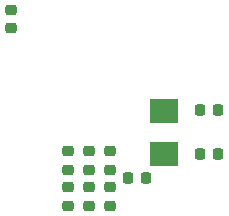
<source format=gbr>
%TF.GenerationSoftware,KiCad,Pcbnew,7.0.8*%
%TF.CreationDate,2024-01-12T13:09:39+01:00*%
%TF.ProjectId,adapter_STM32,61646170-7465-4725-9f53-544d33322e6b,rev?*%
%TF.SameCoordinates,Original*%
%TF.FileFunction,Paste,Bot*%
%TF.FilePolarity,Positive*%
%FSLAX46Y46*%
G04 Gerber Fmt 4.6, Leading zero omitted, Abs format (unit mm)*
G04 Created by KiCad (PCBNEW 7.0.8) date 2024-01-12 13:09:39*
%MOMM*%
%LPD*%
G01*
G04 APERTURE LIST*
G04 Aperture macros list*
%AMRoundRect*
0 Rectangle with rounded corners*
0 $1 Rounding radius*
0 $2 $3 $4 $5 $6 $7 $8 $9 X,Y pos of 4 corners*
0 Add a 4 corners polygon primitive as box body*
4,1,4,$2,$3,$4,$5,$6,$7,$8,$9,$2,$3,0*
0 Add four circle primitives for the rounded corners*
1,1,$1+$1,$2,$3*
1,1,$1+$1,$4,$5*
1,1,$1+$1,$6,$7*
1,1,$1+$1,$8,$9*
0 Add four rect primitives between the rounded corners*
20,1,$1+$1,$2,$3,$4,$5,0*
20,1,$1+$1,$4,$5,$6,$7,0*
20,1,$1+$1,$6,$7,$8,$9,0*
20,1,$1+$1,$8,$9,$2,$3,0*%
G04 Aperture macros list end*
%ADD10RoundRect,0.225000X0.250000X-0.225000X0.250000X0.225000X-0.250000X0.225000X-0.250000X-0.225000X0*%
%ADD11RoundRect,0.225000X-0.250000X0.225000X-0.250000X-0.225000X0.250000X-0.225000X0.250000X0.225000X0*%
%ADD12RoundRect,0.225000X0.225000X0.250000X-0.225000X0.250000X-0.225000X-0.250000X0.225000X-0.250000X0*%
%ADD13RoundRect,0.225000X-0.225000X-0.250000X0.225000X-0.250000X0.225000X0.250000X-0.225000X0.250000X0*%
%ADD14R,2.400000X2.000000*%
G04 APERTURE END LIST*
D10*
%TO.C,C14*%
X90424000Y-64542000D03*
X90424000Y-62992000D03*
%TD*%
%TO.C,C13*%
X92202000Y-64542000D03*
X92202000Y-62992000D03*
%TD*%
D11*
%TO.C,C3*%
X92202000Y-59944000D03*
X92202000Y-61494000D03*
%TD*%
%TO.C,C12*%
X88646000Y-59957000D03*
X88646000Y-61507000D03*
%TD*%
%TO.C,C7*%
X90424000Y-59957000D03*
X90424000Y-61507000D03*
%TD*%
D10*
%TO.C,C15*%
X88646000Y-64542000D03*
X88646000Y-62992000D03*
%TD*%
D12*
%TO.C,C16*%
X95250000Y-62230000D03*
X93700000Y-62230000D03*
%TD*%
D13*
%TO.C,C10*%
X99822000Y-56489600D03*
X101372000Y-56489600D03*
%TD*%
D10*
%TO.C,C1*%
X83820000Y-49543000D03*
X83820000Y-47993000D03*
%TD*%
D13*
%TO.C,C11*%
X99822000Y-60198000D03*
X101372000Y-60198000D03*
%TD*%
D14*
%TO.C,Y1*%
X96774000Y-56498000D03*
X96774000Y-60198000D03*
%TD*%
M02*

</source>
